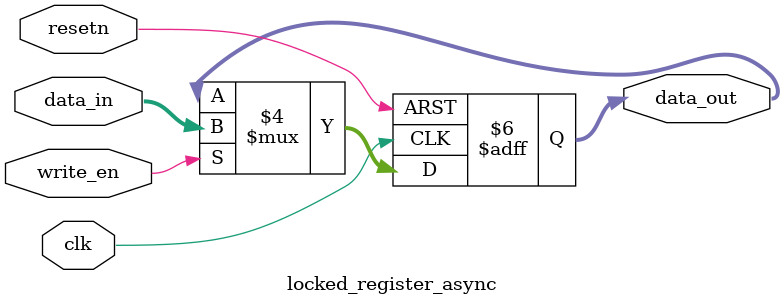
<source format=v>
module locked_register_async
(
input [15:0] data_in,
input clk,
input resetn,
input write_en,
output reg [15:0] data_out
);

always @(posedge clk or negedge resetn)
    if (~resetn) // Register is reset resetn
    begin
        data_out <= 16'h0000;
    end
    else if (write_en)
    begin
        data_out <= data_in;
    end
    else
    begin
        data_out <= data_out;
    end
endmodule
</source>
